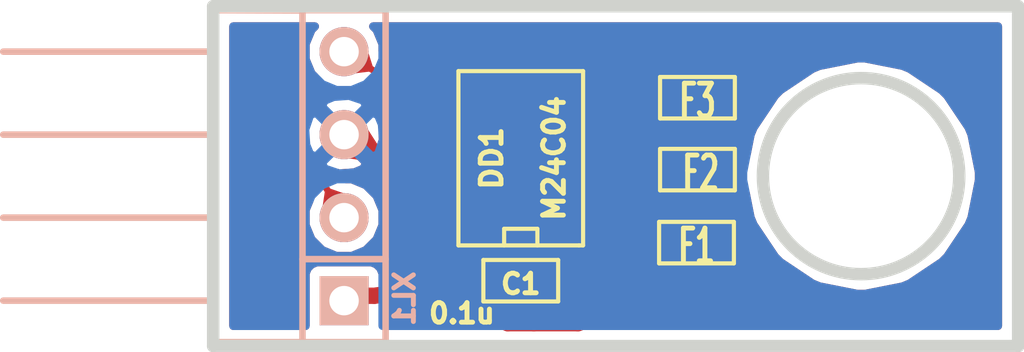
<source format=kicad_pcb>
(kicad_pcb (version 3) (host pcbnew "(2013-07-07 BZR 4022)-stable")

  (general
    (links 13)
    (no_connects 0)
    (area 113.685999 92.804144 145.190501 104.190501)
    (thickness 1.6002)
    (drawings 5)
    (tracks 79)
    (zones 0)
    (modules 6)
    (nets 8)
  )

  (page A4)
  (layers
    (15 Front signal)
    (0 Back signal)
    (16 B.Adhes user)
    (17 F.Adhes user)
    (18 B.Paste user)
    (19 F.Paste user)
    (20 B.SilkS user)
    (21 F.SilkS user)
    (22 B.Mask user)
    (23 F.Mask user)
    (24 Dwgs.User user)
    (25 Cmts.User user)
    (26 Eco1.User user)
    (27 Eco2.User user)
    (28 Edge.Cuts user)
  )

  (setup
    (last_trace_width 0.2)
    (trace_clearance 0.2)
    (zone_clearance 0.3)
    (zone_45_only no)
    (trace_min 0.18034)
    (segment_width 0.381)
    (edge_width 0.381)
    (via_size 0.9)
    (via_drill 0.4)
    (via_min_size 0.8001)
    (via_min_drill 0.35052)
    (uvia_size 0.508)
    (uvia_drill 0.127)
    (uvias_allowed no)
    (uvia_min_size 0.508)
    (uvia_min_drill 0.127)
    (pcb_text_width 0.3048)
    (pcb_text_size 1.524 2.032)
    (mod_edge_width 0.2)
    (mod_text_size 1.524 1.524)
    (mod_text_width 0.3048)
    (pad_size 1.5 1.5)
    (pad_drill 0.9)
    (pad_to_mask_clearance 0.1)
    (aux_axis_origin 0 0)
    (visible_elements 7FFFFFFF)
    (pcbplotparams
      (layerselection 281051137)
      (usegerberextensions true)
      (excludeedgelayer true)
      (linewidth 0.150000)
      (plotframeref false)
      (viasonmask false)
      (mode 1)
      (useauxorigin false)
      (hpglpennumber 1)
      (hpglpenspeed 20)
      (hpglpendiameter 15)
      (hpglpenoverlay 0)
      (psnegative false)
      (psa4output false)
      (plotreference true)
      (plotvalue true)
      (plotothertext true)
      (plotinvisibletext true)
      (padsonsilk false)
      (subtractmaskfromsilk false)
      (outputformat 1)
      (mirror false)
      (drillshape 0)
      (scaleselection 1)
      (outputdirectory Gerber))
  )

  (net 0 "")
  (net 1 +3.3V)
  (net 2 /1)
  (net 3 /2)
  (net 4 /3)
  (net 5 /I2C_SCL)
  (net 6 /I2C_SDA)
  (net 7 GND)

  (net_class Default "This is the default net class."
    (clearance 0.2)
    (trace_width 0.2)
    (via_dia 0.9)
    (via_drill 0.4)
    (uvia_dia 0.508)
    (uvia_drill 0.127)
    (add_net "")
    (add_net /1)
    (add_net /2)
    (add_net /3)
    (add_net /I2C_SCL)
    (add_net /I2C_SDA)
  )

  (net_class Wide ""
    (clearance 0.2)
    (trace_width 0.5)
    (via_dia 0.9)
    (via_drill 0.4)
    (uvia_dia 0.508)
    (uvia_drill 0.127)
    (add_net +3.3V)
    (add_net GND)
  )

  (module SO8E (layer Front) (tedit 4DD9871C) (tstamp 51668323)
    (at 129.8 98.2524 90)
    (descr "module CMS SOJ 8 pins etroit")
    (tags "CMS SOJ")
    (path /504343E1)
    (attr smd)
    (fp_text reference DD1 (at 0 -0.889 90) (layer F.SilkS)
      (effects (font (size 0.635 0.635) (thickness 0.14986)))
    )
    (fp_text value M24C04 (at 0 1.016 90) (layer F.SilkS)
      (effects (font (size 0.635 0.635) (thickness 0.14986)))
    )
    (fp_line (start -2.667 1.778) (end -2.667 1.905) (layer F.SilkS) (width 0.127))
    (fp_line (start -2.667 1.905) (end 2.667 1.905) (layer F.SilkS) (width 0.127))
    (fp_line (start 2.667 -1.905) (end -2.667 -1.905) (layer F.SilkS) (width 0.127))
    (fp_line (start -2.667 -1.905) (end -2.667 1.778) (layer F.SilkS) (width 0.127))
    (fp_line (start -2.667 -0.508) (end -2.159 -0.508) (layer F.SilkS) (width 0.127))
    (fp_line (start -2.159 -0.508) (end -2.159 0.508) (layer F.SilkS) (width 0.127))
    (fp_line (start -2.159 0.508) (end -2.667 0.508) (layer F.SilkS) (width 0.127))
    (fp_line (start 2.667 -1.905) (end 2.667 1.905) (layer F.SilkS) (width 0.127))
    (pad 8 smd oval (at -1.905 -2.794 90) (size 0.508 1.50114)
      (layers Front F.Paste F.Mask)
      (net 1 +3.3V)
    )
    (pad 1 smd rect (at -1.905 2.794 90) (size 0.508 1.50114)
      (layers Front F.Paste F.Mask)
      (net 2 /1)
    )
    (pad 7 smd oval (at -0.635 -2.794 90) (size 0.508 1.50114)
      (layers Front F.Paste F.Mask)
      (net 7 GND)
    )
    (pad 6 smd oval (at 0.635 -2.794 90) (size 0.508 1.50114)
      (layers Front F.Paste F.Mask)
      (net 5 /I2C_SCL)
    )
    (pad 5 smd oval (at 1.905 -2.794 90) (size 0.508 1.50114)
      (layers Front F.Paste F.Mask)
      (net 6 /I2C_SDA)
    )
    (pad 2 smd oval (at -0.635 2.794 90) (size 0.508 1.50114)
      (layers Front F.Paste F.Mask)
      (net 3 /2)
    )
    (pad 3 smd oval (at 0.635 2.794 90) (size 0.508 1.50114)
      (layers Front F.Paste F.Mask)
      (net 4 /3)
    )
    (pad 4 smd oval (at 1.905 2.794 90) (size 0.508 1.50114)
      (layers Front F.Paste F.Mask)
      (net 7 GND)
    )
    (model smd/cms_so8.wrl
      (at (xyz 0 0 0))
      (scale (xyz 0.5 0.32 0.5))
      (rotate (xyz 0 0 0))
    )
  )

  (module SMD0603_FUSE (layer Front) (tedit 516684B8) (tstamp 505714FC)
    (at 135.1705 100.8346)
    (path /505712FC)
    (attr smd)
    (fp_text reference F1 (at 0 0.1) (layer F.SilkS)
      (effects (font (size 1.00076 0.59944) (thickness 0.14986)))
    )
    (fp_text value FUSE0R (at 0 0) (layer F.SilkS) hide
      (effects (font (size 0.7112 0.4572) (thickness 0.1143)))
    )
    (fp_line (start -1.143 -0.635) (end 1.143 -0.635) (layer F.SilkS) (width 0.127))
    (fp_line (start 1.143 -0.635) (end 1.143 0.635) (layer F.SilkS) (width 0.127))
    (fp_line (start 1.143 0.635) (end -1.143 0.635) (layer F.SilkS) (width 0.127))
    (fp_line (start -1.143 0.635) (end -1.143 -0.635) (layer F.SilkS) (width 0.127))
    (pad 1 smd rect (at -0.58928 0) (size 0.98044 1.143)
      (layers Front F.Paste F.Mask)
      (net 2 /1)
    )
    (pad 2 smd rect (at 0.58928 0) (size 0.98044 1.143)
      (layers Front F.Paste F.Mask)
      (net 1 +3.3V)
    )
    (model wings\smd\capacitors\C0603.wrl
      (at (xyz 0 0 0))
      (scale (xyz 1 1 1))
      (rotate (xyz 0 0 0))
    )
  )

  (module SMD0603_FUSE (layer Front) (tedit 516684B9) (tstamp 505714FE)
    (at 135.2 98.6)
    (path /5057130E)
    (attr smd)
    (fp_text reference F2 (at 0.1 0.1) (layer F.SilkS)
      (effects (font (size 1.00076 0.59944) (thickness 0.14986)))
    )
    (fp_text value FUSE0R (at 0 0) (layer F.SilkS) hide
      (effects (font (size 0.7112 0.4572) (thickness 0.1143)))
    )
    (fp_line (start -1.143 -0.635) (end 1.143 -0.635) (layer F.SilkS) (width 0.127))
    (fp_line (start 1.143 -0.635) (end 1.143 0.635) (layer F.SilkS) (width 0.127))
    (fp_line (start 1.143 0.635) (end -1.143 0.635) (layer F.SilkS) (width 0.127))
    (fp_line (start -1.143 0.635) (end -1.143 -0.635) (layer F.SilkS) (width 0.127))
    (pad 1 smd rect (at -0.58928 0) (size 0.98044 1.143)
      (layers Front F.Paste F.Mask)
      (net 3 /2)
    )
    (pad 2 smd rect (at 0.58928 0) (size 0.98044 1.143)
      (layers Front F.Paste F.Mask)
      (net 1 +3.3V)
    )
    (model wings\smd\capacitors\C0603.wrl
      (at (xyz 0 0 0))
      (scale (xyz 1 1 1))
      (rotate (xyz 0 0 0))
    )
  )

  (module SMD0603_FUSE (layer Front) (tedit 516684BC) (tstamp 50571500)
    (at 135.2 96.4)
    (path /50571311)
    (attr smd)
    (fp_text reference F3 (at 0 0.1) (layer F.SilkS)
      (effects (font (size 1.00076 0.59944) (thickness 0.14986)))
    )
    (fp_text value FUSE0R (at 0 0) (layer F.SilkS) hide
      (effects (font (size 0.7112 0.4572) (thickness 0.1143)))
    )
    (fp_line (start -1.143 -0.635) (end 1.143 -0.635) (layer F.SilkS) (width 0.127))
    (fp_line (start 1.143 -0.635) (end 1.143 0.635) (layer F.SilkS) (width 0.127))
    (fp_line (start 1.143 0.635) (end -1.143 0.635) (layer F.SilkS) (width 0.127))
    (fp_line (start -1.143 0.635) (end -1.143 -0.635) (layer F.SilkS) (width 0.127))
    (pad 1 smd rect (at -0.58928 0) (size 0.98044 1.143)
      (layers Front F.Paste F.Mask)
      (net 4 /3)
    )
    (pad 2 smd rect (at 0.58928 0) (size 0.98044 1.143)
      (layers Front F.Paste F.Mask)
      (net 1 +3.3V)
    )
    (model wings\smd\capacitors\C0603.wrl
      (at (xyz 0 0 0))
      (scale (xyz 1 1 1))
      (rotate (xyz 0 0 0))
    )
  )

  (module CAP_0603 (layer Front) (tedit 516684A8) (tstamp 5166830E)
    (at 129.8 102)
    (path /504343DE)
    (attr smd)
    (fp_text reference C1 (at 0 0.1) (layer F.SilkS)
      (effects (font (size 0.59944 0.59944) (thickness 0.14986)))
    )
    (fp_text value 0.1u (at -1.8 1) (layer F.SilkS)
      (effects (font (size 0.59944 0.59944) (thickness 0.14986)))
    )
    (fp_line (start -1.143 -0.635) (end 1.143 -0.635) (layer F.SilkS) (width 0.127))
    (fp_line (start 1.143 -0.635) (end 1.143 0.635) (layer F.SilkS) (width 0.127))
    (fp_line (start 1.143 0.635) (end -1.143 0.635) (layer F.SilkS) (width 0.127))
    (fp_line (start -1.143 0.635) (end -1.143 -0.635) (layer F.SilkS) (width 0.127))
    (pad 1 smd rect (at -0.762 0) (size 0.635 1.143)
      (layers Front F.Paste F.Mask)
      (net 1 +3.3V)
    )
    (pad 2 smd rect (at 0.762 0) (size 0.635 1.143)
      (layers Front F.Paste F.Mask)
      (net 7 GND)
    )
    (model 3d\c_0603.wrl
      (at (xyz 0 0 0))
      (scale (xyz 1 1 1))
      (rotate (xyz 0 0 0))
    )
  )

  (module CONN_PLS-4R (layer Back) (tedit 53456D98) (tstamp 53458B05)
    (at 124.4 98.8 90)
    (descr "Single-line connector 4-pin Right angle")
    (path /51665C75)
    (fp_text reference XL1 (at -3.74904 1.84912 90) (layer B.SilkS)
      (effects (font (size 0.6 0.6) (thickness 0.15)) (justify mirror))
    )
    (fp_text value CONN_4 (at 3.59918 1.84912 90) (layer B.SilkS) hide
      (effects (font (size 0.635 0.635) (thickness 0.16002)) (justify mirror))
    )
    (fp_line (start 3.81 -4.064) (end 3.81 -10.414) (layer B.SilkS) (width 0.2))
    (fp_line (start 1.27 -4.064) (end 1.27 -10.414) (layer B.SilkS) (width 0.2))
    (fp_line (start -3.81 -4.064) (end -3.81 -10.414) (layer B.SilkS) (width 0.2))
    (fp_line (start -1.27 -4.064) (end -1.27 -10.414) (layer B.SilkS) (width 0.2))
    (fp_line (start -5.08 -1.26) (end -5.08 -4) (layer B.SilkS) (width 0.2))
    (fp_line (start -5.08 -4) (end 5.08 -4) (layer B.SilkS) (width 0.2))
    (fp_line (start 5.08 -4) (end 5.07 -1.26) (layer B.SilkS) (width 0.2))
    (fp_line (start -2.54 1.27) (end -2.54 -1.27) (layer B.SilkS) (width 0.2))
    (fp_line (start -5.08 1.27) (end 5.08 1.27) (layer B.SilkS) (width 0.2))
    (fp_line (start 5.08 1.27) (end 5.08 -1.27) (layer B.SilkS) (width 0.2))
    (fp_line (start 5.08 -1.27) (end -5.08 -1.27) (layer B.SilkS) (width 0.2))
    (fp_line (start -5.08 -1.27) (end -5.08 1.27) (layer B.SilkS) (width 0.2))
    (pad 1 thru_hole rect (at -3.81 0 90) (size 1.5 1.5) (drill 0.9)
      (layers *.Cu *.Mask B.SilkS)
      (net 1 +3.3V)
    )
    (pad 2 thru_hole circle (at -1.27 0 90) (size 1.5 1.5) (drill 0.9)
      (layers *.Cu *.Mask B.SilkS)
      (net 5 /I2C_SCL)
    )
    (pad 3 thru_hole circle (at 1.27 0 90) (size 1.5 1.5) (drill 0.9)
      (layers *.Cu *.Mask B.SilkS)
      (net 7 GND)
    )
    (pad 4 thru_hole circle (at 3.81 0 90) (size 1.5 1.5) (drill 0.9)
      (layers *.Cu *.Mask B.SilkS)
      (net 6 /I2C_SDA)
    )
  )

  (gr_line (start 120.4 104) (end 120.4 93.6) (angle 90) (layer Edge.Cuts) (width 0.381))
  (gr_line (start 145 104) (end 120.4 104) (angle 90) (layer Edge.Cuts) (width 0.381))
  (gr_line (start 145 93.6) (end 145 104) (angle 90) (layer Edge.Cuts) (width 0.381))
  (gr_line (start 120.4 93.6) (end 145 93.6) (angle 90) (layer Edge.Cuts) (width 0.381))
  (gr_circle (center 140.2 98.8) (end 137.2 98.8) (layer Edge.Cuts) (width 0.381))

  (segment (start 135.7893 96.7215) (end 135.7893 96.4) (width 0.5) (layer Front) (net 1))
  (segment (start 135.7893 96.9715) (end 135.7893 96.7215) (width 0.5) (layer Front) (net 1))
  (segment (start 135.7893 98.0285) (end 135.7893 96.9715) (width 0.5) (layer Front) (net 1))
  (segment (start 135.7893 98.2785) (end 135.7893 98.0285) (width 0.5) (layer Front) (net 1))
  (segment (start 135.7893 98.6) (end 135.7893 98.2785) (width 0.5) (layer Front) (net 1))
  (segment (start 135.7893 98.9215) (end 135.7893 98.6) (width 0.5) (layer Front) (net 1))
  (segment (start 135.7893 99.1715) (end 135.7893 98.9215) (width 0.5) (layer Front) (net 1))
  (segment (start 135.7893 99.3745) (end 135.7893 99.1715) (width 0.5) (layer Front) (net 1))
  (segment (start 135.7598 100.0601) (end 135.7893 99.3745) (width 0.5) (layer Front) (net 1))
  (segment (start 135.7598 100.2631) (end 135.7598 100.0601) (width 0.5) (layer Front) (net 1))
  (segment (start 135.7598 100.5131) (end 135.7598 100.2631) (width 0.5) (layer Front) (net 1))
  (segment (start 135.7598 100.8346) (end 135.7598 100.5131) (width 0.5) (layer Front) (net 1))
  (segment (start 135.7598 101.1561) (end 135.7598 100.8346) (width 0.5) (layer Front) (net 1))
  (segment (start 135.7598 101.4061) (end 135.7598 101.1561) (width 0.5) (layer Front) (net 1))
  (segment (start 135.7598 101.6091) (end 135.7598 101.4061) (width 0.5) (layer Front) (net 1))
  (segment (start 135.4726 101.8963) (end 135.7598 101.6091) (width 0.5) (layer Front) (net 1))
  (segment (start 135.2993 101.9562) (end 135.4726 101.8963) (width 0.5) (layer Front) (net 1))
  (segment (start 131.55 103.3) (end 135.2993 101.9562) (width 0.5) (layer Front) (net 1))
  (segment (start 130.2 103.3) (end 131.55 103.3) (width 0.5) (layer Front) (net 1))
  (segment (start 129.4 103.3) (end 130.2 103.3) (width 0.5) (layer Front) (net 1))
  (segment (start 129.224 102.889) (end 129.4 103.3) (width 0.5) (layer Front) (net 1))
  (segment (start 129.038 102.703) (end 129.224 102.889) (width 0.5) (layer Front) (net 1))
  (segment (start 129.038 102.5715) (end 129.038 102.703) (width 0.5) (layer Front) (net 1))
  (segment (start 129.038 102.3215) (end 129.038 102.5715) (width 0.5) (layer Front) (net 1))
  (segment (start 129.038 102) (end 129.038 102.3215) (width 0.5) (layer Front) (net 1))
  (segment (start 127.5026 100.1574) (end 127.006 100.1574) (width 0.5) (layer Front) (net 1))
  (segment (start 128.3827 100.3706) (end 127.5026 100.1574) (width 0.5) (layer Front) (net 1))
  (segment (start 129.0322 101.0691) (end 128.3827 100.3706) (width 0.5) (layer Front) (net 1))
  (segment (start 129.038 102) (end 129.0322 101.0691) (width 0.5) (layer Front) (net 1))
  (segment (start 128.9705 102.0214) (end 129.038 102) (width 0.5) (layer Front) (net 1))
  (segment (start 128.7205 102.0214) (end 128.9705 102.0214) (width 0.5) (layer Front) (net 1))
  (segment (start 128.4926 102.0214) (end 128.7205 102.0214) (width 0.5) (layer Front) (net 1))
  (segment (start 125.3277 102.4603) (end 128.4926 102.0214) (width 0.5) (layer Front) (net 1))
  (segment (start 125.0998 102.4603) (end 125.3277 102.4603) (width 0.5) (layer Front) (net 1))
  (segment (start 124.8498 102.4603) (end 125.0998 102.4603) (width 0.5) (layer Front) (net 1))
  (segment (start 124.4 102.61) (end 124.8498 102.4603) (width 0.5) (layer Front) (net 1))
  (segment (start 133.2446 100.1574) (end 132.594 100.1574) (width 0.2) (layer Front) (net 2))
  (segment (start 133.3446 100.1574) (end 133.2446 100.1574) (width 0.2) (layer Front) (net 2))
  (segment (start 133.4498 100.1574) (end 133.3446 100.1574) (width 0.2) (layer Front) (net 2))
  (segment (start 133.9364 100.6363) (end 133.4498 100.1574) (width 0.2) (layer Front) (net 2))
  (segment (start 134.091 100.6632) (end 133.9364 100.6363) (width 0.2) (layer Front) (net 2))
  (segment (start 134.191 100.6632) (end 134.091 100.6632) (width 0.2) (layer Front) (net 2))
  (segment (start 134.5812 100.8346) (end 134.191 100.6632) (width 0.2) (layer Front) (net 2))
  (segment (start 133.0906 98.8874) (end 132.594 98.8874) (width 0.2) (layer Front) (net 3))
  (segment (start 133.9548 98.7714) (end 133.0906 98.8874) (width 0.2) (layer Front) (net 3))
  (segment (start 134.1205 98.7714) (end 133.9548 98.7714) (width 0.2) (layer Front) (net 3))
  (segment (start 134.2205 98.7714) (end 134.1205 98.7714) (width 0.2) (layer Front) (net 3))
  (segment (start 134.6107 98.6) (end 134.2205 98.7714) (width 0.2) (layer Front) (net 3))
  (segment (start 133.0906 97.6174) (end 132.594 97.6174) (width 0.2) (layer Front) (net 4))
  (segment (start 133.7204 96.8058) (end 133.0906 97.6174) (width 0.2) (layer Front) (net 4))
  (segment (start 133.9548 96.5714) (end 133.7204 96.8058) (width 0.2) (layer Front) (net 4))
  (segment (start 134.1205 96.5714) (end 133.9548 96.5714) (width 0.2) (layer Front) (net 4))
  (segment (start 134.2205 96.5714) (end 134.1205 96.5714) (width 0.2) (layer Front) (net 4))
  (segment (start 134.6107 96.4) (end 134.2205 96.5714) (width 0.2) (layer Front) (net 4))
  (segment (start 123.9148 99.2652) (end 124.5978 99.5038) (width 0.2) (layer Front) (net 5))
  (segment (start 123.9148 99.2652) (end 123.807 99.9806) (width 0.2) (layer Front) (net 5))
  (segment (start 126.5094 97.6174) (end 127.006 97.6174) (width 0.2) (layer Front) (net 5))
  (segment (start 124.9394 96.2289) (end 126.5094 97.6174) (width 0.2) (layer Front) (net 5))
  (segment (start 123.7386 96.2166) (end 124.9394 96.2289) (width 0.2) (layer Front) (net 5))
  (segment (start 123.1286 97.0499) (end 123.7386 96.2166) (width 0.2) (layer Front) (net 5))
  (segment (start 123.1286 97.9611) (end 123.1286 97.0499) (width 0.2) (layer Front) (net 5))
  (segment (start 124.4 100.07) (end 123.1286 97.9611) (width 0.2) (layer Front) (net 5))
  (segment (start 125.1902 95.4985) (end 124.472 95.5853) (width 0.2) (layer Front) (net 6))
  (segment (start 125.1902 95.4985) (end 124.9716 94.8089) (width 0.2) (layer Front) (net 6))
  (segment (start 126.5094 96.3474) (end 127.006 96.3474) (width 0.2) (layer Front) (net 6))
  (segment (start 124.4 94.99) (end 126.5094 96.3474) (width 0.2) (layer Front) (net 6))
  (segment (start 125.3076 98.114) (end 124.3364 97.9752) (width 0.5) (layer Front) (net 7))
  (segment (start 125.3076 98.114) (end 124.7788 97.2876) (width 0.5) (layer Front) (net 7))
  (segment (start 132.0974 96.3474) (end 132.594 96.3474) (width 0.5) (layer Front) (net 7))
  (segment (start 131.2933 97.2843) (end 132.0974 96.3474) (width 0.5) (layer Front) (net 7))
  (segment (start 129.7458 99.2428) (end 131.2933 97.2843) (width 0.5) (layer Front) (net 7))
  (segment (start 130.562 101.6785) (end 130.562 102) (width 0.5) (layer Front) (net 7))
  (segment (start 130.562 101.4285) (end 130.562 101.6785) (width 0.5) (layer Front) (net 7))
  (segment (start 130.562 101.297) (end 130.562 101.4285) (width 0.5) (layer Front) (net 7))
  (segment (start 129.7458 99.2428) (end 130.562 101.297) (width 0.5) (layer Front) (net 7))
  (segment (start 127.5026 98.8874) (end 129.7458 99.2428) (width 0.5) (layer Front) (net 7))
  (segment (start 127.006 98.8874) (end 127.5026 98.8874) (width 0.5) (layer Front) (net 7))
  (segment (start 126.5094 98.8874) (end 127.006 98.8874) (width 0.5) (layer Front) (net 7))
  (segment (start 124.4 97.53) (end 126.5094 98.8874) (width 0.5) (layer Front) (net 7))

  (zone (net 7) (net_name GND) (layer Front) (tstamp 53457E98) (hatch edge 0.508)
    (connect_pads (clearance 0.3))
    (min_thickness 0.254)
    (fill (arc_segments 16) (thermal_gap 0.3) (thermal_bridge_width 0.508))
    (polygon
      (pts
        (xy 120.4 93.6) (xy 145 93.6) (xy 145 104) (xy 120.4 104)
      )
    )
    (filled_polygon
      (pts
        (xy 144.3825 103.3825) (xy 133.327921 103.3825) (xy 135.527944 102.594778) (xy 135.533123 102.591672) (xy 135.694092 102.535932)
        (xy 135.711396 102.525799) (xy 135.731676 102.521766) (xy 135.826539 102.45838) (xy 135.922044 102.40246) (xy 135.934156 102.386473)
        (xy 135.951311 102.375011) (xy 136.238511 102.087811) (xy 136.385266 101.868177) (xy 136.385266 101.868176) (xy 136.397392 101.807213)
        (xy 136.49156 101.768304) (xy 136.611782 101.648292) (xy 136.676926 101.491408) (xy 136.677074 101.321537) (xy 136.677074 100.178537)
        (xy 136.612204 100.02154) (xy 136.492192 99.901318) (xy 136.445229 99.881817) (xy 136.459314 99.559216) (xy 136.52106 99.533704)
        (xy 136.641282 99.413692) (xy 136.675641 99.330945) (xy 136.821619 100.068188) (xy 136.913627 100.290865) (xy 136.917068 100.294312)
        (xy 137.562968 101.259147) (xy 137.564948 101.263937) (xy 137.735167 101.434453) (xy 138.70787 102.08562) (xy 138.930385 102.178017)
        (xy 138.935253 102.178021) (xy 140.074212 102.40354) (xy 140.079003 102.40553) (xy 140.31994 102.40574) (xy 141.468188 102.178381)
        (xy 141.690865 102.086373) (xy 141.694312 102.082931) (xy 142.659147 101.437031) (xy 142.663937 101.435052) (xy 142.834453 101.264833)
        (xy 143.48562 100.29213) (xy 143.578017 100.069615) (xy 143.578021 100.064746) (xy 143.804379 98.921553) (xy 143.804528 98.921195)
        (xy 143.804528 98.920799) (xy 143.804738 98.919741) (xy 143.804633 98.8) (xy 143.804738 98.680259) (xy 143.804528 98.6792)
        (xy 143.804528 98.678805) (xy 143.804379 98.678446) (xy 143.578021 97.535253) (xy 143.578017 97.530385) (xy 143.48562 97.30787)
        (xy 142.834453 96.335167) (xy 142.663937 96.164948) (xy 142.659147 96.162968) (xy 141.694312 95.517068) (xy 141.690865 95.513627)
        (xy 141.468188 95.421619) (xy 140.31994 95.19426) (xy 140.079003 95.19447) (xy 140.074212 95.196459) (xy 138.935253 95.421978)
        (xy 138.930385 95.421983) (xy 138.70787 95.51438) (xy 137.735167 96.165547) (xy 137.564948 96.336063) (xy 137.562968 96.340852)
        (xy 136.917068 97.305687) (xy 136.913627 97.309135) (xy 136.821619 97.531812) (xy 136.706574 98.112832) (xy 136.706574 97.943937)
        (xy 136.641704 97.78694) (xy 136.521692 97.666718) (xy 136.4663 97.643717) (xy 136.4663 97.35633) (xy 136.52106 97.333704)
        (xy 136.641282 97.213692) (xy 136.706426 97.056808) (xy 136.706574 96.886937) (xy 136.706574 95.743937) (xy 136.641704 95.58694)
        (xy 136.521692 95.466718) (xy 136.364808 95.401574) (xy 136.194937 95.401426) (xy 135.214497 95.401426) (xy 135.200158 95.40735)
        (xy 135.186248 95.401574) (xy 135.016377 95.401426) (xy 134.035937 95.401426) (xy 133.87894 95.466296) (xy 133.758718 95.586308)
        (xy 133.693574 95.743192) (xy 133.693426 95.913063) (xy 133.693426 96.028843) (xy 133.661912 95.955663) (xy 133.46851 95.766839)
        (xy 133.21757 95.6664) (xy 132.721 95.6664) (xy 132.721 96.2204) (xy 132.741 96.2204) (xy 132.741 96.4744)
        (xy 132.721 96.4744) (xy 132.721 96.4944) (xy 132.467 96.4944) (xy 132.467 96.4744) (xy 132.467 96.2204)
        (xy 132.467 95.6664) (xy 131.97043 95.6664) (xy 131.71949 95.766839) (xy 131.526088 95.955663) (xy 131.456481 96.117301)
        (xy 131.5374 96.2204) (xy 132.467 96.2204) (xy 132.467 96.4744) (xy 131.5374 96.4744) (xy 131.456481 96.577499)
        (xy 131.526088 96.739137) (xy 131.71949 96.927961) (xy 131.851386 96.980752) (xy 131.813754 96.988238) (xy 131.592821 97.13586)
        (xy 131.445199 97.356793) (xy 131.393361 97.6174) (xy 131.445199 97.878007) (xy 131.592821 98.09894) (xy 131.813754 98.246562)
        (xy 131.843103 98.252399) (xy 131.813754 98.258238) (xy 131.592821 98.40586) (xy 131.445199 98.626793) (xy 131.393361 98.8874)
        (xy 131.445199 99.148007) (xy 131.592821 99.36894) (xy 131.755573 99.477686) (xy 131.60187 99.541196) (xy 131.481648 99.661208)
        (xy 131.416504 99.818092) (xy 131.416356 99.987963) (xy 131.416356 100.495963) (xy 131.481226 100.65296) (xy 131.601238 100.773182)
        (xy 131.758122 100.838326) (xy 131.927993 100.838474) (xy 133.390985 100.838474) (xy 133.56738 101.011817) (xy 133.611646 101.040839)
        (xy 133.654019 101.081261) (xy 133.663926 101.085093) (xy 133.663926 101.490663) (xy 133.728796 101.64766) (xy 133.841408 101.760469)
        (xy 131.432452 102.623) (xy 131.306455 102.623) (xy 131.306574 102.486937) (xy 131.306574 101.513063) (xy 131.306426 101.343192)
        (xy 131.241282 101.186308) (xy 131.12106 101.066296) (xy 130.964063 101.001426) (xy 130.79575 101.0015) (xy 130.689 101.10825)
        (xy 130.689 101.873) (xy 131.19975 101.873) (xy 131.3065 101.76625) (xy 131.306574 101.513063) (xy 131.306574 102.486937)
        (xy 131.3065 102.23375) (xy 131.19975 102.127) (xy 130.689 102.127) (xy 130.689 102.147) (xy 130.435 102.147)
        (xy 130.435 102.127) (xy 130.435 101.873) (xy 130.435 101.10825) (xy 130.32825 101.0015) (xy 130.159937 101.001426)
        (xy 130.00294 101.066296) (xy 129.882718 101.186308) (xy 129.817574 101.343192) (xy 129.817426 101.513063) (xy 129.8175 101.76625)
        (xy 129.92425 101.873) (xy 130.435 101.873) (xy 130.435 102.127) (xy 129.92425 102.127) (xy 129.8175 102.23375)
        (xy 129.817426 102.486937) (xy 129.817507 102.580394) (xy 129.782536 102.529417) (xy 129.782574 102.486937) (xy 129.782574 101.343937)
        (xy 129.717704 101.18694) (xy 129.709985 101.179208) (xy 129.709184 101.064374) (xy 129.684269 100.943536) (xy 129.666517 100.833323)
        (xy 129.659046 100.821202) (xy 129.655842 100.805663) (xy 129.586008 100.702713) (xy 129.527909 100.608458) (xy 128.878632 99.909752)
        (xy 128.826693 99.872224) (xy 128.78165 99.823325) (xy 128.718616 99.794132) (xy 128.664522 99.755047) (xy 128.602375 99.740298)
        (xy 128.541955 99.712317) (xy 127.789185 99.530202) (xy 127.786246 99.528238) (xy 127.757116 99.522443) (xy 127.749183 99.520524)
        (xy 127.88051 99.467961) (xy 128.073912 99.279137) (xy 128.143519 99.117499) (xy 128.0626 99.0144) (xy 127.133 99.0144)
        (xy 127.133 99.0344) (xy 126.879 99.0344) (xy 126.879 99.0144) (xy 125.9494 99.0144) (xy 125.868481 99.117499)
        (xy 125.938088 99.279137) (xy 126.13149 99.467961) (xy 126.263386 99.520752) (xy 126.225754 99.528238) (xy 126.004821 99.67586)
        (xy 125.857199 99.896793) (xy 125.805361 100.1574) (xy 125.857199 100.418007) (xy 126.004821 100.63894) (xy 126.225754 100.786562)
        (xy 126.486361 100.8384) (xy 127.438405 100.8384) (xy 128.02513 100.980343) (xy 128.314802 101.292067) (xy 128.293574 101.343192)
        (xy 128.293554 101.365266) (xy 125.564089 101.744011) (xy 125.512204 101.61844) (xy 125.392192 101.498218) (xy 125.235308 101.433074)
        (xy 125.065437 101.432926) (xy 123.565437 101.432926) (xy 123.40844 101.497796) (xy 123.288218 101.617808) (xy 123.223074 101.774692)
        (xy 123.222926 101.944563) (xy 123.222926 103.3825) (xy 121.0175 103.3825) (xy 121.0175 94.2175) (xy 123.507866 94.2175)
        (xy 123.40277 94.322413) (xy 123.223206 94.754853) (xy 123.222797 95.223092) (xy 123.401607 95.655845) (xy 123.499242 95.753651)
        (xy 123.464737 95.766245) (xy 123.419904 95.807398) (xy 123.369878 95.840073) (xy 123.345582 95.875622) (xy 123.313256 95.905296)
        (xy 122.703332 96.738651) (xy 122.676739 96.795808) (xy 122.641715 96.848226) (xy 122.63377 96.888164) (xy 122.616593 96.925086)
        (xy 122.613898 96.988071) (xy 122.6016 97.0499) (xy 122.6016 97.9611) (xy 122.609365 98.000141) (xy 122.607525 98.039906)
        (xy 122.629239 98.100055) (xy 122.641715 98.162774) (xy 122.66383 98.195871) (xy 122.677347 98.233313) (xy 123.365688 99.374388)
        (xy 123.337778 99.558929) (xy 123.223206 99.834853) (xy 123.222797 100.303092) (xy 123.401607 100.735845) (xy 123.732413 101.06723)
        (xy 124.164853 101.246794) (xy 124.633092 101.247203) (xy 125.065845 101.068393) (xy 125.39723 100.737587) (xy 125.576794 100.305147)
        (xy 125.577203 99.836908) (xy 125.398393 99.404155) (xy 125.067587 99.07277) (xy 124.635147 98.893206) (xy 124.446565 98.893041)
        (xy 124.268663 98.83074) (xy 124.190828 98.701712) (xy 124.244916 98.719994) (xy 124.712112 98.688759) (xy 124.99867 98.570063)
        (xy 125.078049 98.387654) (xy 124.4 97.709605) (xy 124.385857 97.723747) (xy 124.206252 97.544142) (xy 124.220395 97.53)
        (xy 124.206252 97.515857) (xy 124.385857 97.336252) (xy 124.4 97.350395) (xy 124.414142 97.336252) (xy 124.593747 97.515857)
        (xy 124.579605 97.53) (xy 125.257654 98.208049) (xy 125.440063 98.12867) (xy 125.589994 97.685084) (xy 125.57742 97.497019)
        (xy 125.824982 97.716042) (xy 125.857199 97.878007) (xy 126.004821 98.09894) (xy 126.225754 98.246562) (xy 126.263386 98.254047)
        (xy 126.13149 98.306839) (xy 125.938088 98.495663) (xy 125.868481 98.657301) (xy 125.9494 98.7604) (xy 126.879 98.7604)
        (xy 126.879 98.7404) (xy 127.133 98.7404) (xy 127.133 98.7604) (xy 128.0626 98.7604) (xy 128.143519 98.657301)
        (xy 128.073912 98.495663) (xy 127.88051 98.306839) (xy 127.748613 98.254047) (xy 127.786246 98.246562) (xy 128.007179 98.09894)
        (xy 128.154801 97.878007) (xy 128.206639 97.6174) (xy 128.154801 97.356793) (xy 128.007179 97.13586) (xy 127.786246 96.988238)
        (xy 127.756896 96.9824) (xy 127.786246 96.976562) (xy 128.007179 96.82894) (xy 128.154801 96.608007) (xy 128.206639 96.3474)
        (xy 128.154801 96.086793) (xy 128.007179 95.86586) (xy 127.786246 95.718238) (xy 127.525639 95.6664) (xy 126.486361 95.6664)
        (xy 126.437497 95.676119) (xy 125.635654 95.159366) (xy 125.577012 94.974506) (xy 125.577203 94.756908) (xy 125.398393 94.324155)
        (xy 125.291924 94.2175) (xy 144.3825 94.2175) (xy 144.3825 103.3825)
      )
    )
  )
  (zone (net 7) (net_name GND) (layer Back) (tstamp 53457EA7) (hatch edge 0.508)
    (connect_pads (clearance 0.3))
    (min_thickness 0.254)
    (fill (arc_segments 16) (thermal_gap 0.3) (thermal_bridge_width 0.508))
    (polygon
      (pts
        (xy 120.4 93.6) (xy 145 93.6) (xy 145 104) (xy 120.4 104)
      )
    )
    (filled_polygon
      (pts
        (xy 144.3825 103.3825) (xy 143.804738 103.3825) (xy 143.804738 98.919741) (xy 143.804633 98.8) (xy 143.804738 98.680259)
        (xy 143.804528 98.6792) (xy 143.804528 98.678805) (xy 143.804379 98.678446) (xy 143.578021 97.535253) (xy 143.578017 97.530385)
        (xy 143.48562 97.30787) (xy 142.834453 96.335167) (xy 142.663937 96.164948) (xy 142.659147 96.162968) (xy 141.694312 95.517068)
        (xy 141.690865 95.513627) (xy 141.468188 95.421619) (xy 140.31994 95.19426) (xy 140.079003 95.19447) (xy 140.074212 95.196459)
        (xy 138.935253 95.421978) (xy 138.930385 95.421983) (xy 138.70787 95.51438) (xy 137.735167 96.165547) (xy 137.564948 96.336063)
        (xy 137.562968 96.340852) (xy 136.917068 97.305687) (xy 136.913627 97.309135) (xy 136.821619 97.531812) (xy 136.59426 98.68006)
        (xy 136.594364 98.799999) (xy 136.59426 98.91994) (xy 136.821619 100.068188) (xy 136.913627 100.290865) (xy 136.917068 100.294312)
        (xy 137.562968 101.259147) (xy 137.564948 101.263937) (xy 137.735167 101.434453) (xy 138.70787 102.08562) (xy 138.930385 102.178017)
        (xy 138.935253 102.178021) (xy 140.074212 102.40354) (xy 140.079003 102.40553) (xy 140.31994 102.40574) (xy 141.468188 102.178381)
        (xy 141.690865 102.086373) (xy 141.694312 102.082931) (xy 142.659147 101.437031) (xy 142.663937 101.435052) (xy 142.834453 101.264833)
        (xy 143.48562 100.29213) (xy 143.578017 100.069615) (xy 143.578021 100.064746) (xy 143.804379 98.921553) (xy 143.804528 98.921195)
        (xy 143.804528 98.920799) (xy 143.804738 98.919741) (xy 143.804738 103.3825) (xy 125.589994 103.3825) (xy 125.589994 97.685084)
        (xy 125.558759 97.217888) (xy 125.440063 96.93133) (xy 125.257654 96.851951) (xy 125.078049 97.031556) (xy 125.078049 96.672346)
        (xy 124.99867 96.489937) (xy 124.555084 96.340006) (xy 124.087888 96.371241) (xy 123.80133 96.489937) (xy 123.721951 96.672346)
        (xy 124.4 97.350395) (xy 125.078049 96.672346) (xy 125.078049 97.031556) (xy 124.579605 97.53) (xy 125.257654 98.208049)
        (xy 125.440063 98.12867) (xy 125.589994 97.685084) (xy 125.589994 103.3825) (xy 125.577203 103.3825) (xy 125.577203 99.836908)
        (xy 125.398393 99.404155) (xy 125.078049 99.08325) (xy 125.078049 98.387654) (xy 124.4 97.709605) (xy 124.220395 97.88921)
        (xy 124.220395 97.53) (xy 123.542346 96.851951) (xy 123.359937 96.93133) (xy 123.210006 97.374916) (xy 123.241241 97.842112)
        (xy 123.359937 98.12867) (xy 123.542346 98.208049) (xy 124.220395 97.53) (xy 124.220395 97.88921) (xy 123.721951 98.387654)
        (xy 123.80133 98.570063) (xy 124.244916 98.719994) (xy 124.712112 98.688759) (xy 124.99867 98.570063) (xy 125.078049 98.387654)
        (xy 125.078049 99.08325) (xy 125.067587 99.07277) (xy 124.635147 98.893206) (xy 124.166908 98.892797) (xy 123.734155 99.071607)
        (xy 123.40277 99.402413) (xy 123.223206 99.834853) (xy 123.222797 100.303092) (xy 123.401607 100.735845) (xy 123.732413 101.06723)
        (xy 124.164853 101.246794) (xy 124.633092 101.247203) (xy 125.065845 101.068393) (xy 125.39723 100.737587) (xy 125.576794 100.305147)
        (xy 125.577203 99.836908) (xy 125.577203 103.3825) (xy 125.57698 103.3825) (xy 125.577074 103.275437) (xy 125.577074 101.775437)
        (xy 125.512204 101.61844) (xy 125.392192 101.498218) (xy 125.235308 101.433074) (xy 125.065437 101.432926) (xy 123.565437 101.432926)
        (xy 123.40844 101.497796) (xy 123.288218 101.617808) (xy 123.223074 101.774692) (xy 123.222926 101.944563) (xy 123.222926 103.3825)
        (xy 121.0175 103.3825) (xy 121.0175 94.2175) (xy 123.507866 94.2175) (xy 123.40277 94.322413) (xy 123.223206 94.754853)
        (xy 123.222797 95.223092) (xy 123.401607 95.655845) (xy 123.732413 95.98723) (xy 124.164853 96.166794) (xy 124.633092 96.167203)
        (xy 125.065845 95.988393) (xy 125.39723 95.657587) (xy 125.576794 95.225147) (xy 125.577203 94.756908) (xy 125.398393 94.324155)
        (xy 125.291924 94.2175) (xy 144.3825 94.2175) (xy 144.3825 103.3825)
      )
    )
  )
)

</source>
